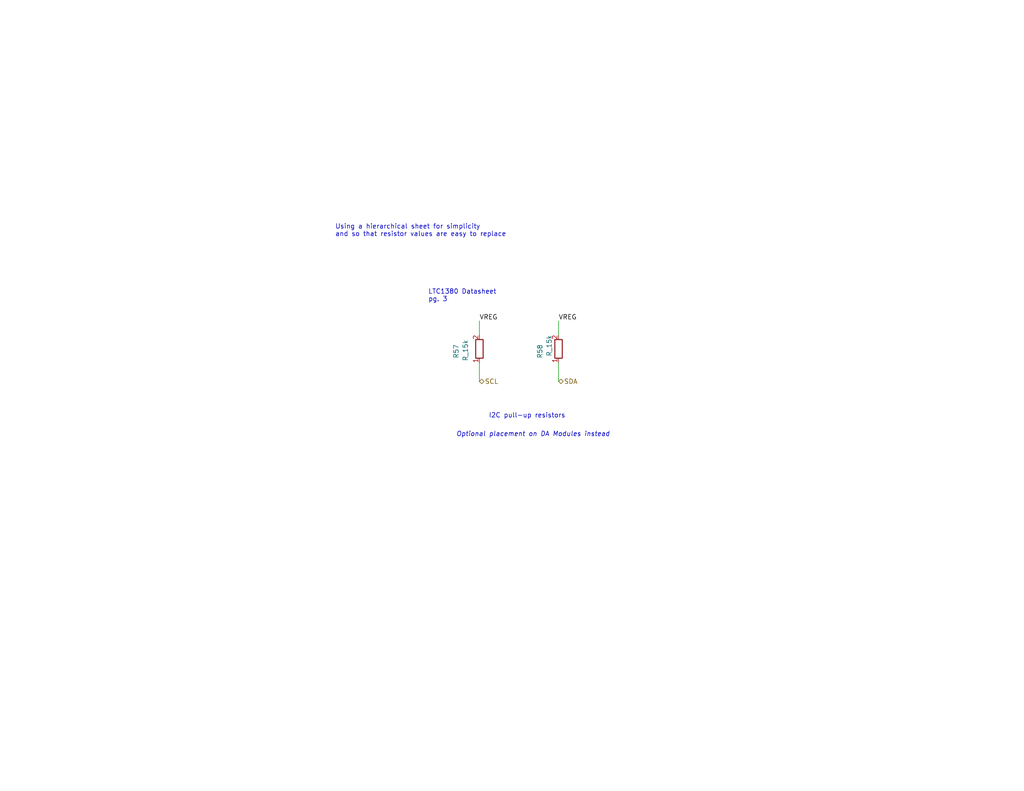
<source format=kicad_sch>
(kicad_sch (version 20211123) (generator eeschema)
  (paper "A")
  (title_block (title "Individual DA Module I2C Pull-Up Resistors") (date "2022-12-23") (rev "1") (company "Olin Electric Motorsports"))
  (lib_symbols
    (symbol "formula:R_15k" (pin_names (offset 1.016))
      (property "Reference" "R" (at 0 -2.54 0))
      (property "Value" "R_15k" (at 0 2.54 0))
      (symbol "R_15k_1_1"
        (rectangle (start 2.54 -1.016) (end -2.54 1.016) (stroke (width 0.254)))
        (pin passive line (at -3.81 0 0) (length 1.27) (name "~") (number "1"))
        (pin passive line (at 3.81 0 180) (length 1.27) (name "~") (number "2"))
      )
    )
  )
  (wire (pts (xy 152.4 87.63) (xy 152.4 91.44)))
  (wire (pts (xy 152.4 99.06) (xy 152.4 104.14)))
  (wire (pts (xy 130.81 99.06) (xy 130.81 104.14)))
  (wire (pts (xy 130.81 87.63) (xy 130.81 91.44)))
  (text "I2C pull-up resistors" (at 133.35 114.3 0) (effects (font (size 1.27 1.27)) (justify left bottom)))
  (text "Optional placement on DA Modules instead" (at 124.46 119.38 0) (effects (font (size 1.27 1.27) italic) (justify left bottom)))
  (text "Using a hierarchical sheet for simplicity\nand so that resistor values are easy to replace" (at 91.44 64.77 0) (effects (font (size 1.27 1.27)) (justify left bottom)))
  (text "LTC1380 Datasheet\npg. 3" (at 116.84 82.55 0) (effects (font (size 1.27 1.27)) (justify left bottom)))
  (label "VREG" (at 152.4 87.63 0))
  (label "VREG" (at 130.81 87.63 0))
  (hierarchical_label "SDA" (shape bidirectional) (at 152.4 104.14 0))
  (hierarchical_label "SCL" (shape bidirectional) (at 130.81 104.14 0))
  (symbol (lib_id "formula:R_15k") (at 130.81 95.25 90) (unit 1)
    (property "Reference" "R57" (at 124.46 93.98 0) (effects (justify right)))
    (property "Value" "R_15k" (at 127 92.71 0) (effects (justify right)))
    (property "Footprint" "footprints:R_0603_1608Metric" (effects hide))
  )
  (symbol (lib_id "formula:R_15k") (at 152.4 95.25 90) (unit 1)
    (property "Reference" "R58" (at 147.32 93.98 0) (effects (justify right)))
    (property "Value" "R_15k" (at 149.86 91.44 0) (effects (justify right)))
    (property "Footprint" "footprints:R_0603_1608Metric" (effects hide))
  )
)
</source>
